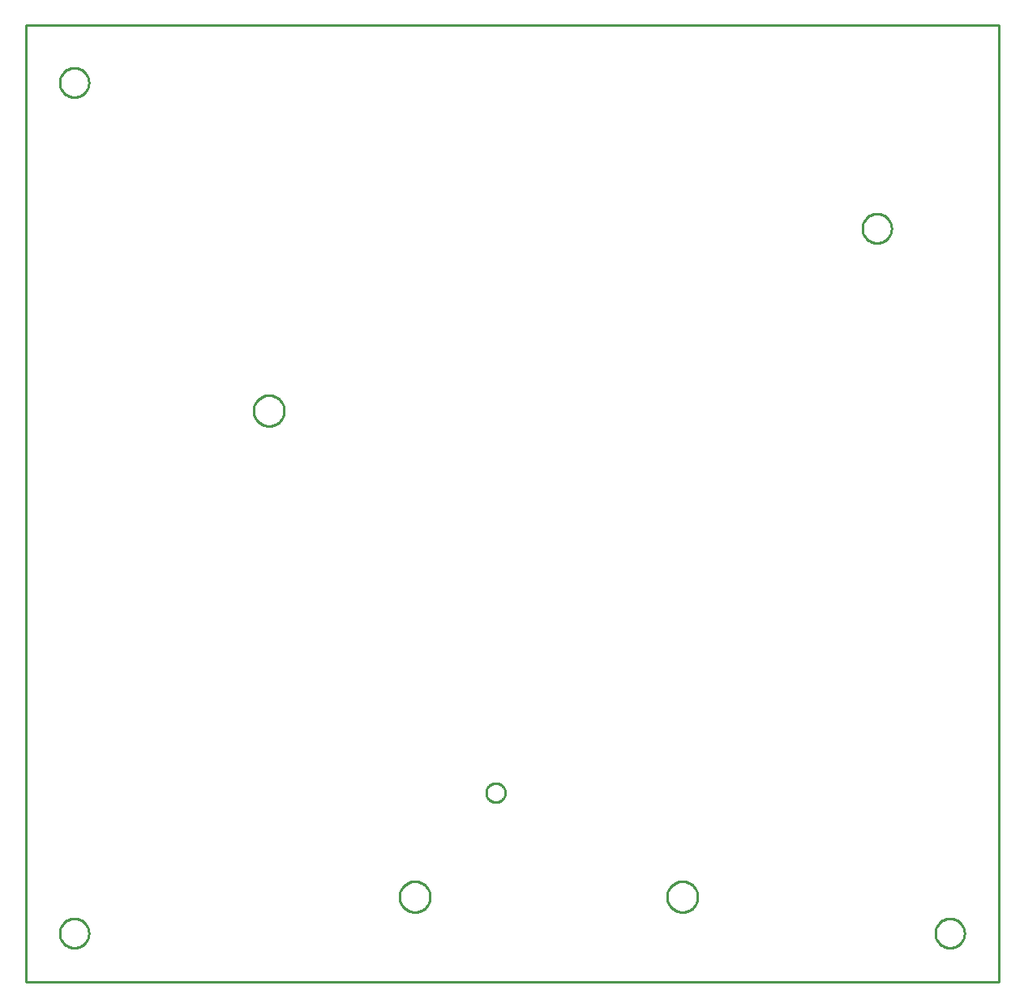
<source format=gbr>
G04 EAGLE Gerber RS-274X export*
G75*
%MOMM*%
%FSLAX34Y34*%
%LPD*%
%IN*%
%IPPOS*%
%AMOC8*
5,1,8,0,0,1.08239X$1,22.5*%
G01*
%ADD10C,0.254000*%


D10*
X0Y0D02*
X1016000Y0D01*
X1016000Y1000000D01*
X0Y1000000D01*
X0Y0D01*
X904240Y786856D02*
X904240Y787944D01*
X904162Y789030D01*
X904007Y790108D01*
X903776Y791171D01*
X903469Y792216D01*
X903089Y793236D01*
X902637Y794226D01*
X902115Y795181D01*
X901526Y796097D01*
X900874Y796969D01*
X900161Y797791D01*
X899391Y798561D01*
X898569Y799274D01*
X897697Y799926D01*
X896781Y800515D01*
X895826Y801037D01*
X894836Y801489D01*
X893816Y801869D01*
X892771Y802176D01*
X891708Y802407D01*
X890630Y802562D01*
X889544Y802640D01*
X888456Y802640D01*
X887370Y802562D01*
X886292Y802407D01*
X885229Y802176D01*
X884184Y801869D01*
X883164Y801489D01*
X882174Y801037D01*
X881219Y800515D01*
X880303Y799926D01*
X879431Y799274D01*
X878609Y798561D01*
X877839Y797791D01*
X877126Y796969D01*
X876474Y796097D01*
X875885Y795181D01*
X875363Y794226D01*
X874911Y793236D01*
X874531Y792216D01*
X874224Y791171D01*
X873993Y790108D01*
X873838Y789030D01*
X873760Y787944D01*
X873760Y786856D01*
X873838Y785770D01*
X873993Y784692D01*
X874224Y783629D01*
X874531Y782584D01*
X874911Y781564D01*
X875363Y780574D01*
X875885Y779619D01*
X876474Y778703D01*
X877126Y777831D01*
X877839Y777009D01*
X878609Y776239D01*
X879431Y775526D01*
X880303Y774874D01*
X881219Y774285D01*
X882174Y773763D01*
X883164Y773311D01*
X884184Y772931D01*
X885229Y772624D01*
X886292Y772393D01*
X887370Y772238D01*
X888456Y772160D01*
X889544Y772160D01*
X890630Y772238D01*
X891708Y772393D01*
X892771Y772624D01*
X893816Y772931D01*
X894836Y773311D01*
X895826Y773763D01*
X896781Y774285D01*
X897697Y774874D01*
X898569Y775526D01*
X899391Y776239D01*
X900161Y777009D01*
X900874Y777831D01*
X901526Y778703D01*
X902115Y779619D01*
X902637Y780574D01*
X903089Y781564D01*
X903469Y782584D01*
X903776Y783629D01*
X904007Y784692D01*
X904162Y785770D01*
X904240Y786856D01*
X980440Y50256D02*
X980440Y51344D01*
X980362Y52430D01*
X980207Y53508D01*
X979976Y54571D01*
X979669Y55616D01*
X979289Y56636D01*
X978837Y57626D01*
X978315Y58581D01*
X977726Y59497D01*
X977074Y60369D01*
X976361Y61191D01*
X975591Y61961D01*
X974769Y62674D01*
X973897Y63326D01*
X972981Y63915D01*
X972026Y64437D01*
X971036Y64889D01*
X970016Y65269D01*
X968971Y65576D01*
X967908Y65807D01*
X966830Y65962D01*
X965744Y66040D01*
X964656Y66040D01*
X963570Y65962D01*
X962492Y65807D01*
X961429Y65576D01*
X960384Y65269D01*
X959364Y64889D01*
X958374Y64437D01*
X957419Y63915D01*
X956503Y63326D01*
X955631Y62674D01*
X954809Y61961D01*
X954039Y61191D01*
X953326Y60369D01*
X952674Y59497D01*
X952085Y58581D01*
X951563Y57626D01*
X951111Y56636D01*
X950731Y55616D01*
X950424Y54571D01*
X950193Y53508D01*
X950038Y52430D01*
X949960Y51344D01*
X949960Y50256D01*
X950038Y49170D01*
X950193Y48092D01*
X950424Y47029D01*
X950731Y45984D01*
X951111Y44964D01*
X951563Y43974D01*
X952085Y43019D01*
X952674Y42103D01*
X953326Y41231D01*
X954039Y40409D01*
X954809Y39639D01*
X955631Y38926D01*
X956503Y38274D01*
X957419Y37685D01*
X958374Y37163D01*
X959364Y36711D01*
X960384Y36331D01*
X961429Y36024D01*
X962492Y35793D01*
X963570Y35638D01*
X964656Y35560D01*
X965744Y35560D01*
X966830Y35638D01*
X967908Y35793D01*
X968971Y36024D01*
X970016Y36331D01*
X971036Y36711D01*
X972026Y37163D01*
X972981Y37685D01*
X973897Y38274D01*
X974769Y38926D01*
X975591Y39639D01*
X976361Y40409D01*
X977074Y41231D01*
X977726Y42103D01*
X978315Y43019D01*
X978837Y43974D01*
X979289Y44964D01*
X979669Y45984D01*
X979976Y47029D01*
X980207Y48092D01*
X980362Y49170D01*
X980440Y50256D01*
X66040Y50256D02*
X66040Y51344D01*
X65962Y52430D01*
X65807Y53508D01*
X65576Y54571D01*
X65269Y55616D01*
X64889Y56636D01*
X64437Y57626D01*
X63915Y58581D01*
X63326Y59497D01*
X62674Y60369D01*
X61961Y61191D01*
X61191Y61961D01*
X60369Y62674D01*
X59497Y63326D01*
X58581Y63915D01*
X57626Y64437D01*
X56636Y64889D01*
X55616Y65269D01*
X54571Y65576D01*
X53508Y65807D01*
X52430Y65962D01*
X51344Y66040D01*
X50256Y66040D01*
X49170Y65962D01*
X48092Y65807D01*
X47029Y65576D01*
X45984Y65269D01*
X44964Y64889D01*
X43974Y64437D01*
X43019Y63915D01*
X42103Y63326D01*
X41231Y62674D01*
X40409Y61961D01*
X39639Y61191D01*
X38926Y60369D01*
X38274Y59497D01*
X37685Y58581D01*
X37163Y57626D01*
X36711Y56636D01*
X36331Y55616D01*
X36024Y54571D01*
X35793Y53508D01*
X35638Y52430D01*
X35560Y51344D01*
X35560Y50256D01*
X35638Y49170D01*
X35793Y48092D01*
X36024Y47029D01*
X36331Y45984D01*
X36711Y44964D01*
X37163Y43974D01*
X37685Y43019D01*
X38274Y42103D01*
X38926Y41231D01*
X39639Y40409D01*
X40409Y39639D01*
X41231Y38926D01*
X42103Y38274D01*
X43019Y37685D01*
X43974Y37163D01*
X44964Y36711D01*
X45984Y36331D01*
X47029Y36024D01*
X48092Y35793D01*
X49170Y35638D01*
X50256Y35560D01*
X51344Y35560D01*
X52430Y35638D01*
X53508Y35793D01*
X54571Y36024D01*
X55616Y36331D01*
X56636Y36711D01*
X57626Y37163D01*
X58581Y37685D01*
X59497Y38274D01*
X60369Y38926D01*
X61191Y39639D01*
X61961Y40409D01*
X62674Y41231D01*
X63326Y42103D01*
X63915Y43019D01*
X64437Y43974D01*
X64889Y44964D01*
X65269Y45984D01*
X65576Y47029D01*
X65807Y48092D01*
X65962Y49170D01*
X66040Y50256D01*
X66040Y939256D02*
X66040Y940344D01*
X65962Y941430D01*
X65807Y942508D01*
X65576Y943571D01*
X65269Y944616D01*
X64889Y945636D01*
X64437Y946626D01*
X63915Y947581D01*
X63326Y948497D01*
X62674Y949369D01*
X61961Y950191D01*
X61191Y950961D01*
X60369Y951674D01*
X59497Y952326D01*
X58581Y952915D01*
X57626Y953437D01*
X56636Y953889D01*
X55616Y954269D01*
X54571Y954576D01*
X53508Y954807D01*
X52430Y954962D01*
X51344Y955040D01*
X50256Y955040D01*
X49170Y954962D01*
X48092Y954807D01*
X47029Y954576D01*
X45984Y954269D01*
X44964Y953889D01*
X43974Y953437D01*
X43019Y952915D01*
X42103Y952326D01*
X41231Y951674D01*
X40409Y950961D01*
X39639Y950191D01*
X38926Y949369D01*
X38274Y948497D01*
X37685Y947581D01*
X37163Y946626D01*
X36711Y945636D01*
X36331Y944616D01*
X36024Y943571D01*
X35793Y942508D01*
X35638Y941430D01*
X35560Y940344D01*
X35560Y939256D01*
X35638Y938170D01*
X35793Y937092D01*
X36024Y936029D01*
X36331Y934984D01*
X36711Y933964D01*
X37163Y932974D01*
X37685Y932019D01*
X38274Y931103D01*
X38926Y930231D01*
X39639Y929409D01*
X40409Y928639D01*
X41231Y927926D01*
X42103Y927274D01*
X43019Y926685D01*
X43974Y926163D01*
X44964Y925711D01*
X45984Y925331D01*
X47029Y925024D01*
X48092Y924793D01*
X49170Y924638D01*
X50256Y924560D01*
X51344Y924560D01*
X52430Y924638D01*
X53508Y924793D01*
X54571Y925024D01*
X55616Y925331D01*
X56636Y925711D01*
X57626Y926163D01*
X58581Y926685D01*
X59497Y927274D01*
X60369Y927926D01*
X61191Y928639D01*
X61961Y929409D01*
X62674Y930231D01*
X63326Y931103D01*
X63915Y932019D01*
X64437Y932974D01*
X64889Y933964D01*
X65269Y934984D01*
X65576Y936029D01*
X65807Y937092D01*
X65962Y938170D01*
X66040Y939256D01*
X254524Y580900D02*
X255569Y580969D01*
X256608Y581105D01*
X257635Y581310D01*
X258647Y581581D01*
X259639Y581917D01*
X260607Y582318D01*
X261546Y582782D01*
X262454Y583306D01*
X263325Y583888D01*
X264156Y584525D01*
X264943Y585216D01*
X265684Y585957D01*
X266375Y586744D01*
X267013Y587575D01*
X267595Y588446D01*
X268118Y589354D01*
X268582Y590293D01*
X268983Y591261D01*
X269319Y592253D01*
X269590Y593265D01*
X269795Y594292D01*
X269932Y595331D01*
X270000Y596376D01*
X270000Y597424D01*
X269932Y598469D01*
X269795Y599508D01*
X269590Y600535D01*
X269319Y601547D01*
X268983Y602539D01*
X268582Y603507D01*
X268118Y604446D01*
X267595Y605354D01*
X267013Y606225D01*
X266375Y607056D01*
X265684Y607843D01*
X264943Y608584D01*
X264156Y609275D01*
X263325Y609913D01*
X262454Y610495D01*
X261546Y611018D01*
X260607Y611482D01*
X259639Y611883D01*
X258647Y612219D01*
X257635Y612490D01*
X256608Y612695D01*
X255569Y612832D01*
X254524Y612900D01*
X253476Y612900D01*
X252431Y612832D01*
X251392Y612695D01*
X250365Y612490D01*
X249353Y612219D01*
X248361Y611883D01*
X247393Y611482D01*
X246454Y611018D01*
X245546Y610495D01*
X244675Y609913D01*
X243844Y609275D01*
X243057Y608584D01*
X242316Y607843D01*
X241625Y607056D01*
X240988Y606225D01*
X240406Y605354D01*
X239882Y604446D01*
X239418Y603507D01*
X239017Y602539D01*
X238681Y601547D01*
X238410Y600535D01*
X238205Y599508D01*
X238069Y598469D01*
X238000Y597424D01*
X238000Y596376D01*
X238069Y595331D01*
X238205Y594292D01*
X238410Y593265D01*
X238681Y592253D01*
X239017Y591261D01*
X239418Y590293D01*
X239882Y589354D01*
X240406Y588446D01*
X240988Y587575D01*
X241625Y586744D01*
X242316Y585957D01*
X243057Y585216D01*
X243844Y584525D01*
X244675Y583888D01*
X245546Y583306D01*
X246454Y582782D01*
X247393Y582318D01*
X248361Y581917D01*
X249353Y581581D01*
X250365Y581310D01*
X251392Y581105D01*
X252431Y580969D01*
X253476Y580900D01*
X254524Y580900D01*
X406924Y72900D02*
X407969Y72969D01*
X409008Y73105D01*
X410035Y73310D01*
X411047Y73581D01*
X412039Y73917D01*
X413007Y74318D01*
X413946Y74782D01*
X414854Y75306D01*
X415725Y75888D01*
X416556Y76525D01*
X417343Y77216D01*
X418084Y77957D01*
X418775Y78744D01*
X419413Y79575D01*
X419995Y80446D01*
X420518Y81354D01*
X420982Y82293D01*
X421383Y83261D01*
X421719Y84253D01*
X421990Y85265D01*
X422195Y86292D01*
X422332Y87331D01*
X422400Y88376D01*
X422400Y89424D01*
X422332Y90469D01*
X422195Y91508D01*
X421990Y92535D01*
X421719Y93547D01*
X421383Y94539D01*
X420982Y95507D01*
X420518Y96446D01*
X419995Y97354D01*
X419413Y98225D01*
X418775Y99056D01*
X418084Y99843D01*
X417343Y100584D01*
X416556Y101275D01*
X415725Y101913D01*
X414854Y102495D01*
X413946Y103018D01*
X413007Y103482D01*
X412039Y103883D01*
X411047Y104219D01*
X410035Y104490D01*
X409008Y104695D01*
X407969Y104832D01*
X406924Y104900D01*
X405876Y104900D01*
X404831Y104832D01*
X403792Y104695D01*
X402765Y104490D01*
X401753Y104219D01*
X400761Y103883D01*
X399793Y103482D01*
X398854Y103018D01*
X397946Y102495D01*
X397075Y101913D01*
X396244Y101275D01*
X395457Y100584D01*
X394716Y99843D01*
X394025Y99056D01*
X393388Y98225D01*
X392806Y97354D01*
X392282Y96446D01*
X391818Y95507D01*
X391417Y94539D01*
X391081Y93547D01*
X390810Y92535D01*
X390605Y91508D01*
X390469Y90469D01*
X390400Y89424D01*
X390400Y88376D01*
X390469Y87331D01*
X390605Y86292D01*
X390810Y85265D01*
X391081Y84253D01*
X391417Y83261D01*
X391818Y82293D01*
X392282Y81354D01*
X392806Y80446D01*
X393388Y79575D01*
X394025Y78744D01*
X394716Y77957D01*
X395457Y77216D01*
X396244Y76525D01*
X397075Y75888D01*
X397946Y75306D01*
X398854Y74782D01*
X399793Y74318D01*
X400761Y73917D01*
X401753Y73581D01*
X402765Y73310D01*
X403792Y73105D01*
X404831Y72969D01*
X405876Y72900D01*
X406924Y72900D01*
X686324Y72900D02*
X687369Y72969D01*
X688408Y73105D01*
X689435Y73310D01*
X690447Y73581D01*
X691439Y73917D01*
X692407Y74318D01*
X693346Y74782D01*
X694254Y75306D01*
X695125Y75888D01*
X695956Y76525D01*
X696743Y77216D01*
X697484Y77957D01*
X698175Y78744D01*
X698813Y79575D01*
X699395Y80446D01*
X699918Y81354D01*
X700382Y82293D01*
X700783Y83261D01*
X701119Y84253D01*
X701390Y85265D01*
X701595Y86292D01*
X701732Y87331D01*
X701800Y88376D01*
X701800Y89424D01*
X701732Y90469D01*
X701595Y91508D01*
X701390Y92535D01*
X701119Y93547D01*
X700783Y94539D01*
X700382Y95507D01*
X699918Y96446D01*
X699395Y97354D01*
X698813Y98225D01*
X698175Y99056D01*
X697484Y99843D01*
X696743Y100584D01*
X695956Y101275D01*
X695125Y101913D01*
X694254Y102495D01*
X693346Y103018D01*
X692407Y103482D01*
X691439Y103883D01*
X690447Y104219D01*
X689435Y104490D01*
X688408Y104695D01*
X687369Y104832D01*
X686324Y104900D01*
X685276Y104900D01*
X684231Y104832D01*
X683192Y104695D01*
X682165Y104490D01*
X681153Y104219D01*
X680161Y103883D01*
X679193Y103482D01*
X678254Y103018D01*
X677346Y102495D01*
X676475Y101913D01*
X675644Y101275D01*
X674857Y100584D01*
X674116Y99843D01*
X673425Y99056D01*
X672788Y98225D01*
X672206Y97354D01*
X671682Y96446D01*
X671218Y95507D01*
X670817Y94539D01*
X670481Y93547D01*
X670210Y92535D01*
X670005Y91508D01*
X669869Y90469D01*
X669800Y89424D01*
X669800Y88376D01*
X669869Y87331D01*
X670005Y86292D01*
X670210Y85265D01*
X670481Y84253D01*
X670817Y83261D01*
X671218Y82293D01*
X671682Y81354D01*
X672206Y80446D01*
X672788Y79575D01*
X673425Y78744D01*
X674116Y77957D01*
X674857Y77216D01*
X675644Y76525D01*
X676475Y75888D01*
X677346Y75306D01*
X678254Y74782D01*
X679193Y74318D01*
X680161Y73917D01*
X681153Y73581D01*
X682165Y73310D01*
X683192Y73105D01*
X684231Y72969D01*
X685276Y72900D01*
X686324Y72900D01*
X491299Y187604D02*
X492169Y187680D01*
X493028Y187832D01*
X493872Y188058D01*
X494692Y188356D01*
X495484Y188725D01*
X496240Y189162D01*
X496955Y189663D01*
X497624Y190224D01*
X498242Y190842D01*
X498803Y191511D01*
X499304Y192226D01*
X499741Y192982D01*
X500110Y193774D01*
X500408Y194594D01*
X500634Y195438D01*
X500786Y196298D01*
X500862Y197167D01*
X500862Y198041D01*
X500786Y198911D01*
X500634Y199770D01*
X500408Y200614D01*
X500110Y201434D01*
X499741Y202226D01*
X499304Y202982D01*
X498803Y203697D01*
X498242Y204366D01*
X497624Y204984D01*
X496955Y205545D01*
X496240Y206046D01*
X495484Y206483D01*
X494692Y206852D01*
X493872Y207150D01*
X493028Y207376D01*
X492169Y207528D01*
X491299Y207604D01*
X490425Y207604D01*
X489556Y207528D01*
X488696Y207376D01*
X487852Y207150D01*
X487032Y206852D01*
X486240Y206483D01*
X485484Y206046D01*
X484769Y205545D01*
X484100Y204984D01*
X483482Y204366D01*
X482921Y203697D01*
X482420Y202982D01*
X481983Y202226D01*
X481614Y201434D01*
X481316Y200614D01*
X481090Y199770D01*
X480938Y198911D01*
X480862Y198041D01*
X480862Y197167D01*
X480938Y196298D01*
X481090Y195438D01*
X481316Y194594D01*
X481614Y193774D01*
X481983Y192982D01*
X482420Y192226D01*
X482921Y191511D01*
X483482Y190842D01*
X484100Y190224D01*
X484769Y189663D01*
X485484Y189162D01*
X486240Y188725D01*
X487032Y188356D01*
X487852Y188058D01*
X488696Y187832D01*
X489556Y187680D01*
X490425Y187604D01*
X491299Y187604D01*
M02*

</source>
